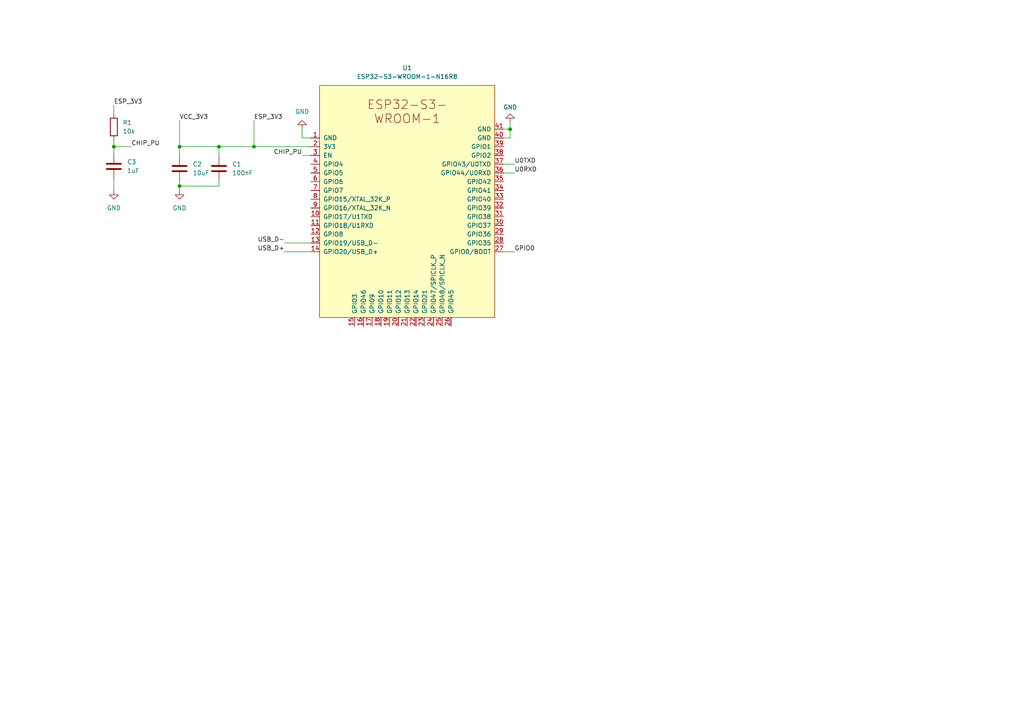
<source format=kicad_sch>
(kicad_sch (version 20230121) (generator eeschema)
  (paper "A4")
  (lib_symbols
    (symbol "Device:C" (pin_numbers hide) (pin_names (offset 0.254))
      (property "Reference" "C" (at 0.635 2.54 0))
      (property "Value" "C" (at 0.635 -2.54 0))
      (symbol "C_0_1"
        (polyline (pts (xy -2.032 -0.762) (xy 2.032 -0.762)) (stroke (width 0.508)))
        (polyline (pts (xy -2.032 0.762) (xy 2.032 0.762)) (stroke (width 0.508)))
      )
      (symbol "C_1_1"
        (pin passive line (at 0 3.81 270) (length 2.794) (name "~") (number "1"))
        (pin passive line (at 0 -3.81 90) (length 2.794) (name "~") (number "2"))
      )
    )
    (symbol "Device:R" (pin_numbers hide) (pin_names (offset 0))
      (property "Reference" "R" (at 2.032 0 90))
      (property "Value" "R" (at 0 0 90))
      (symbol "R_0_1"
        (rectangle (start -1.016 -2.54) (end 1.016 2.54) (stroke (width 0.254)))
      )
      (symbol "R_1_1"
        (pin passive line (at 0 3.81 270) (length 1.27) (name "~") (number "1"))
        (pin passive line (at 0 -3.81 90) (length 1.27) (name "~") (number "2"))
      )
    )
    (symbol "mantyl:ESP32-S3-WROOM-1-N16R8" (pin_names (offset 1.016))
      (property "Reference" "U" (at 2.54 53.34 0))
      (property "Value" "ESP32-S3-WROOM-1" (at 2.54 50.8 0))
      (symbol "ESP32-S3-WROOM-1-N16R8_0_0"
        (pin power_in line (at 0 33.02 0) (length 2.54) (name "GND") (number "1"))
        (pin bidirectional line (at 0 10.16 0) (length 2.54) (name "GPIO17/U1TXD") (number "10"))
        (pin bidirectional line (at 0 7.62 0) (length 2.54) (name "GPIO18/U1RXD") (number "11"))
        (pin bidirectional line (at 0 5.08 0) (length 2.54) (name "GPIO8") (number "12"))
        (pin bidirectional line (at 0 2.54 0) (length 2.54) (name "GPIO19/USB_D-") (number "13"))
        (pin bidirectional line (at 0 0 0) (length 2.54) (name "GPIO20/USB_D+") (number "14"))
        (pin bidirectional line (at 12.7 -21.59 90) (length 2.54) (name "GPIO3") (number "15"))
        (pin bidirectional line (at 15.24 -21.59 90) (length 2.54) (name "GPIO46") (number "16"))
        (pin bidirectional line (at 17.78 -21.59 90) (length 2.54) (name "GPIO9") (number "17"))
        (pin bidirectional line (at 20.32 -21.59 90) (length 2.54) (name "GPIO10") (number "18"))
        (pin bidirectional line (at 22.86 -21.59 90) (length 2.54) (name "GPIO11") (number "19"))
        (pin power_in line (at 0 30.48 0) (length 2.54) (name "3V3") (number "2"))
        (pin bidirectional line (at 25.4 -21.59 90) (length 2.54) (name "GPIO12") (number "20"))
        (pin bidirectional line (at 27.94 -21.59 90) (length 2.54) (name "GPIO13") (number "21"))
        (pin bidirectional line (at 30.48 -21.59 90) (length 2.54) (name "GPIO14") (number "22"))
        (pin bidirectional line (at 33.02 -21.59 90) (length 2.54) (name "GPIO21") (number "23"))
        (pin bidirectional line (at 35.56 -21.59 90) (length 2.54) (name "GPIO47/SPICLK_P") (number "24"))
        (pin bidirectional line (at 38.1 -21.59 90) (length 2.54) (name "GPIO48/SPICLK_N") (number "25"))
        (pin bidirectional line (at 40.64 -21.59 90) (length 2.54) (name "GPIO45") (number "26"))
        (pin bidirectional line (at 55.88 0 180) (length 2.54) (name "GPIO0/BOOT") (number "27"))
        (pin bidirectional line (at 55.88 2.54 180) (length 2.54) (name "GPIO35") (number "28"))
        (pin bidirectional line (at 55.88 5.08 180) (length 2.54) (name "GPIO36") (number "29"))
        (pin input line (at 0 27.94 0) (length 2.54) (name "EN") (number "3"))
        (pin bidirectional line (at 55.88 7.62 180) (length 2.54) (name "GPIO37") (number "30"))
        (pin bidirectional line (at 55.88 10.16 180) (length 2.54) (name "GPIO38") (number "31"))
        (pin bidirectional line (at 55.88 12.7 180) (length 2.54) (name "GPIO39") (number "32"))
        (pin bidirectional line (at 55.88 15.24 180) (length 2.54) (name "GPIO40") (number "33"))
        (pin bidirectional line (at 55.88 17.78 180) (length 2.54) (name "GPIO41") (number "34"))
        (pin bidirectional line (at 55.88 20.32 180) (length 2.54) (name "GPIO42") (number "35"))
        (pin bidirectional line (at 55.88 22.86 180) (length 2.54) (name "GPIO44/U0RXD") (number "36"))
        (pin bidirectional line (at 55.88 25.4 180) (length 2.54) (name "GPIO43/U0TXD") (number "37"))
        (pin bidirectional line (at 55.88 27.94 180) (length 2.54) (name "GPIO2") (number "38"))
        (pin bidirectional line (at 55.88 30.48 180) (length 2.54) (name "GPIO1") (number "39"))
        (pin bidirectional line (at 0 25.4 0) (length 2.54) (name "GPIO4") (number "4"))
        (pin bidirectional line (at 0 22.86 0) (length 2.54) (name "GPIO5") (number "5"))
        (pin bidirectional line (at 0 20.32 0) (length 2.54) (name "GPIO6") (number "6"))
        (pin bidirectional line (at 0 17.78 0) (length 2.54) (name "GPIO7") (number "7"))
        (pin bidirectional line (at 0 15.24 0) (length 2.54) (name "GPIO15/XTAL_32K_P") (number "8"))
        (pin bidirectional line (at 0 12.7 0) (length 2.54) (name "GPIO16/XTAL_32K_N") (number "9"))
      )
      (symbol "ESP32-S3-WROOM-1-N16R8_0_1"
        (rectangle (start 2.54 48.26) (end 53.34 -19.05) (fill (type background)))
      )
      (symbol "ESP32-S3-WROOM-1-N16R8_1_0"
        (text "ESP32-S3-\nWROOM-1" (at 27.94 40.64 0) (effects (font (size 2.54 2.54))))
        (pin passive line (at 55.88 33.02 180) (length 2.54) (name "GND") (number "40"))
        (pin passive line (at 55.88 35.56 180) (length 2.54) (name "GND") (number "41"))
      )
    )
    (symbol "power:GND" (power) (pin_names (offset 0))
      (property "Value" "GND" (at 0 -3.81 0))
      (symbol "GND_0_1"
        (polyline (pts (xy 0 0) (xy 0 -1.27) (xy 1.27 -1.27) (xy 0 -2.54) (xy -1.27 -1.27) (xy 0 -1.27)))
      )
      (symbol "GND_1_1"
        (pin power_in line (at 0 0 270) (length 0) hide (name "GND") (number "1"))
      )
    )
  )
  (junction (at 73.66 42.545))
  (junction (at 52.07 53.975))
  (junction (at 63.5 42.545))
  (junction (at 147.955 37.465))
  (junction (at 33.02 42.545))
  (junction (at 52.07 42.545))
  (wire (pts (xy 33.02 42.545) (xy 38.1 42.545)))
  (wire (pts (xy 63.5 53.975) (xy 52.07 53.975)))
  (wire (pts (xy 82.55 70.485) (xy 90.17 70.485)))
  (wire (pts (xy 146.05 73.025) (xy 149.225 73.025)))
  (wire (pts (xy 52.07 42.545) (xy 52.07 45.085)))
  (wire (pts (xy 147.955 40.005) (xy 147.955 37.465)))
  (wire (pts (xy 33.02 52.07) (xy 33.02 55.245)))
  (wire (pts (xy 146.05 50.165) (xy 149.225 50.165)))
  (wire (pts (xy 147.955 37.465) (xy 147.955 35.56)))
  (wire (pts (xy 73.66 42.545) (xy 90.17 42.545)))
  (wire (pts (xy 52.07 34.925) (xy 52.07 42.545)))
  (wire (pts (xy 52.07 42.545) (xy 63.5 42.545)))
  (wire (pts (xy 87.63 40.005) (xy 87.63 37.465)))
  (wire (pts (xy 63.5 52.705) (xy 63.5 53.975)))
  (wire (pts (xy 146.05 40.005) (xy 147.955 40.005)))
  (wire (pts (xy 52.07 53.975) (xy 52.07 55.245)))
  (wire (pts (xy 33.02 30.48) (xy 33.02 33.02)))
  (wire (pts (xy 73.66 34.925) (xy 73.66 42.545)))
  (wire (pts (xy 146.05 37.465) (xy 147.955 37.465)))
  (wire (pts (xy 87.63 45.085) (xy 90.17 45.085)))
  (wire (pts (xy 82.55 73.025) (xy 90.17 73.025)))
  (wire (pts (xy 146.05 47.625) (xy 149.225 47.625)))
  (wire (pts (xy 90.17 40.005) (xy 87.63 40.005)))
  (wire (pts (xy 63.5 42.545) (xy 63.5 45.085)))
  (wire (pts (xy 33.02 40.64) (xy 33.02 42.545)))
  (wire (pts (xy 33.02 42.545) (xy 33.02 44.45)))
  (wire (pts (xy 52.07 52.705) (xy 52.07 53.975)))
  (wire (pts (xy 63.5 42.545) (xy 73.66 42.545)))
  (label "ESP_3V3" (at 73.66 34.925 0))
  (label "GPIO0" (at 149.225 73.025 0))
  (label "U0RXD" (at 149.225 50.165 0))
  (label "U0TXD" (at 149.225 47.625 0))
  (label "ESP_3V3" (at 33.02 30.48 0))
  (label "VCC_3V3" (at 52.07 34.925 0))
  (label "USB_D+" (at 82.55 73.025 180))
  (label "CHIP_PU" (at 87.63 45.085 180))
  (label "CHIP_PU" (at 38.1 42.545 0))
  (label "USB_D-" (at 82.55 70.485 180))
  (symbol (lib_id "power:GND") (at 33.02 55.245 0) (unit 1)
    (property "Reference" "#PWR03" (effects hide))
    (property "Value" "GND" (at 33.02 60.325 0))
    (instances (project "esp32s3" (path "" (reference "#PWR03") (unit 1)) (path "" (reference "#PWR01") (unit 1))))
  )
  (symbol (lib_id "Device:C") (at 52.07 48.895 0) (unit 1)
    (property "Reference" "C2" (at 55.88 47.625 0) (effects (justify left)))
    (property "Value" "10uF" (at 55.88 50.165 0) (effects (justify left)))
    (property "Footprint" "Capacitor_SMD:C_0603_1608Metric" (effects hide))
    (property "LCSC Part #" "C96446" (effects hide))
  )
  (symbol (lib_id "Device:R") (at 33.02 36.83 0) (unit 1)
    (property "Reference" "R1" (at 35.56 35.56 0) (effects (justify left)))
    (property "Value" "10k" (at 35.56 38.1 0) (effects (justify left)))
    (property "Footprint" "Resistor_SMD:R_0402_1005Metric" (effects hide))
    (property "LCSC Part #" "C52923" (effects hide))
  )
  (symbol (lib_id "mantyl:ESP32-S3-WROOM-1-N16R8") (at 90.17 73.025 0) (unit 1)
    (property "Reference" "U1" (at 118.11 19.685 0))
    (property "Value" "ESP32-S3-WROOM-1-N16R8" (at 118.11 22.225 0))
    (property "Footprint" "Espressif:ESP32-S3-WROOM-1" (effects hide))
    (property "Datasheet" "https://www.espressif.com/sites/default/files/documentation/esp32-s3-wroom-1_wroom-1u_datasheet_en.pdf" (effects hide))
    (property "LCSC Part #" "C2913202" (effects hide))
  )
  (symbol (lib_id "power:GND") (at 52.07 55.245 0) (unit 1)
    (property "Reference" "#PWR02" (effects hide))
    (property "Value" "GND" (at 52.07 60.325 0))
  )
  (symbol (lib_id "Device:C") (at 63.5 48.895 0) (unit 1)
    (property "Reference" "C1" (at 67.31 47.625 0) (effects (justify left)))
    (property "Value" "100nF" (at 67.31 50.165 0) (effects (justify left)))
    (property "Footprint" "Capacitor_SMD:C_0402_1005Metric" (effects hide))
    (property "LCSC Part #" "C307331" (effects hide))
    (instances (project "esp32s3" (path "" (reference "C1") (unit 1)) (path "" (reference "C3") (unit 1))))
  )
  (symbol (lib_id "Device:C") (at 33.02 48.26 0) (unit 1)
    (property "Reference" "C3" (at 36.83 46.99 0) (effects (justify left)))
    (property "Value" "1uF" (at 36.83 49.53 0) (effects (justify left)))
    (property "Footprint" "Capacitor_SMD:C_0402_1005Metric" (effects hide))
    (property "LCSC Part #" "C52923" (effects hide))
    (instances (project "esp32s3" (path "" (reference "C3") (unit 1)) (path "" (reference "C1") (unit 1))))
  )
  (symbol (lib_id "power:GND") (at 87.63 37.465 180) (unit 1)
    (property "Reference" "#PWR01" (effects hide))
    (property "Value" "GND" (at 87.63 32.385 0))
    (instances (project "esp32s3" (path "" (reference "#PWR01") (unit 1)) (path "" (reference "#PWR03") (unit 1))))
  )
  (symbol (lib_id "power:GND") (at 147.955 35.56 180) (unit 1)
    (property "Reference" "#PWR04" (effects hide))
    (property "Value" "GND" (at 147.955 31.115 0))
  )
)
</source>
